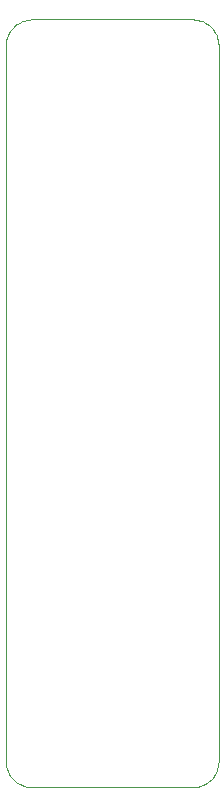
<source format=gbr>
%TF.GenerationSoftware,KiCad,Pcbnew,(6.0.6)*%
%TF.CreationDate,2023-06-07T09:40:16+01:00*%
%TF.ProjectId,DC_DC_Controller,44435f44-435f-4436-9f6e-74726f6c6c65,rev?*%
%TF.SameCoordinates,Original*%
%TF.FileFunction,Profile,NP*%
%FSLAX46Y46*%
G04 Gerber Fmt 4.6, Leading zero omitted, Abs format (unit mm)*
G04 Created by KiCad (PCBNEW (6.0.6)) date 2023-06-07 09:40:16*
%MOMM*%
%LPD*%
G01*
G04 APERTURE LIST*
%TA.AperFunction,Profile*%
%ADD10C,0.100000*%
%TD*%
G04 APERTURE END LIST*
D10*
%TO.C,J2*%
X144968108Y-135125288D02*
X144798908Y-134998888D01*
X144264708Y-71649388D02*
X144374708Y-71468388D01*
X144264708Y-134350488D02*
X144172308Y-134158188D01*
X145544108Y-135401388D02*
X145341808Y-135327688D01*
X144011308Y-133525888D02*
X144000008Y-133300388D01*
X159800408Y-70500388D02*
X160025908Y-70511388D01*
X145149508Y-70764388D02*
X145341808Y-70672388D01*
X144642808Y-71142388D02*
X144798908Y-71001388D01*
X161357108Y-71142388D02*
X161498908Y-71299388D01*
X144044508Y-72255288D02*
X144098608Y-72044088D01*
X161625308Y-71468388D02*
X161735308Y-71649388D01*
X162000008Y-133300388D02*
X161988708Y-133525888D01*
X144798908Y-71001388D02*
X144968108Y-70874388D01*
X160244708Y-70544388D02*
X160455908Y-70598388D01*
X144000008Y-133300388D02*
X144000008Y-133300388D01*
X161901408Y-72044088D02*
X161955508Y-72255288D01*
X161901408Y-133955888D02*
X161827708Y-134158188D01*
X145149508Y-135235288D02*
X144968108Y-135125288D01*
X144374708Y-71468388D02*
X144501108Y-71299388D01*
X161357108Y-134857188D02*
X161201108Y-134998888D01*
X160025908Y-135488688D02*
X159800408Y-135499988D01*
X144098608Y-133955888D02*
X144044508Y-133744788D01*
X159800408Y-135499988D02*
X146199608Y-135499988D01*
X146199608Y-70500388D02*
X159800408Y-70500388D01*
X145755208Y-135455488D02*
X145544108Y-135401388D01*
X161625308Y-134531888D02*
X161498908Y-134701088D01*
X161988708Y-72474088D02*
X162000008Y-72699688D01*
X161735308Y-134350488D02*
X161625308Y-134531888D01*
X162000008Y-72699688D02*
X162000008Y-133300388D01*
X145341808Y-135327688D02*
X145149508Y-135235288D01*
X144501108Y-71299388D02*
X144642808Y-71142388D01*
X144374708Y-134531888D02*
X144264708Y-134350488D01*
X161031908Y-70874388D02*
X161201108Y-71001388D01*
X160850508Y-135235288D02*
X160658108Y-135327688D01*
X144098608Y-72044088D02*
X144172308Y-71841388D01*
X144501108Y-134701088D02*
X144374708Y-134531888D01*
X161201108Y-134998888D02*
X161031908Y-135125288D01*
X161955508Y-133744788D02*
X161901408Y-133955888D01*
X160025908Y-70511388D02*
X160244708Y-70544388D01*
X160658108Y-135327688D02*
X160455908Y-135401388D01*
X161498908Y-134701088D02*
X161357108Y-134857188D01*
X161988708Y-133525888D02*
X161955508Y-133744788D01*
X144172308Y-71841388D02*
X144264708Y-71649388D01*
X144798908Y-134998888D02*
X144642808Y-134857188D01*
X161201108Y-71001388D02*
X161357108Y-71142388D01*
X160658108Y-70672388D02*
X160850508Y-70764388D01*
X160455908Y-70598388D02*
X160658108Y-70672388D01*
X144011308Y-72474088D02*
X144044508Y-72255288D01*
X160850508Y-70764388D02*
X161031908Y-70874388D01*
X161498908Y-71299388D02*
X161625308Y-71468388D01*
X144000008Y-133300388D02*
X144000008Y-133300388D01*
X145544108Y-70598388D02*
X145755208Y-70544388D01*
X144172308Y-134158188D02*
X144098608Y-133955888D01*
X144044508Y-133744788D02*
X144011308Y-133525888D01*
X144000008Y-133300388D02*
X144000008Y-72699688D01*
X146199608Y-135499988D02*
X145974108Y-135488688D01*
X144968108Y-70874388D02*
X145149508Y-70764388D01*
X144000008Y-72699688D02*
X144011308Y-72474088D01*
X161827708Y-71841388D02*
X161901408Y-72044088D01*
X161735308Y-71649388D02*
X161827708Y-71841388D01*
X145974108Y-135488688D02*
X145755208Y-135455488D01*
X161827708Y-134158188D02*
X161735308Y-134350488D01*
X145974108Y-70511388D02*
X146199608Y-70500388D01*
X161031908Y-135125288D02*
X160850508Y-135235288D01*
X144642808Y-134857188D02*
X144501108Y-134701088D01*
X160244708Y-135455488D02*
X160025908Y-135488688D01*
X161955508Y-72255288D02*
X161988708Y-72474088D01*
X160455908Y-135401388D02*
X160244708Y-135455488D01*
X145341808Y-70672388D02*
X145544108Y-70598388D01*
X145755208Y-70544388D02*
X145974108Y-70511388D01*
%TD*%
M02*

</source>
